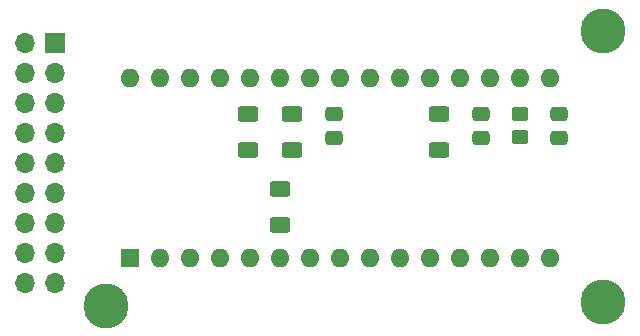
<source format=gbr>
%TF.GenerationSoftware,KiCad,Pcbnew,7.0.9*%
%TF.CreationDate,2024-01-10T14:09:04+01:00*%
%TF.ProjectId,ControlLineApp,436f6e74-726f-46c4-9c69-6e654170702e,1.0.1*%
%TF.SameCoordinates,Original*%
%TF.FileFunction,Soldermask,Bot*%
%TF.FilePolarity,Negative*%
%FSLAX46Y46*%
G04 Gerber Fmt 4.6, Leading zero omitted, Abs format (unit mm)*
G04 Created by KiCad (PCBNEW 7.0.9) date 2024-01-10 14:09:04*
%MOMM*%
%LPD*%
G01*
G04 APERTURE LIST*
G04 Aperture macros list*
%AMRoundRect*
0 Rectangle with rounded corners*
0 $1 Rounding radius*
0 $2 $3 $4 $5 $6 $7 $8 $9 X,Y pos of 4 corners*
0 Add a 4 corners polygon primitive as box body*
4,1,4,$2,$3,$4,$5,$6,$7,$8,$9,$2,$3,0*
0 Add four circle primitives for the rounded corners*
1,1,$1+$1,$2,$3*
1,1,$1+$1,$4,$5*
1,1,$1+$1,$6,$7*
1,1,$1+$1,$8,$9*
0 Add four rect primitives between the rounded corners*
20,1,$1+$1,$2,$3,$4,$5,0*
20,1,$1+$1,$4,$5,$6,$7,0*
20,1,$1+$1,$6,$7,$8,$9,0*
20,1,$1+$1,$8,$9,$2,$3,0*%
G04 Aperture macros list end*
%ADD10C,3.800000*%
%ADD11R,1.600000X1.600000*%
%ADD12O,1.600000X1.600000*%
%ADD13R,1.700000X1.700000*%
%ADD14O,1.700000X1.700000*%
%ADD15RoundRect,0.250000X0.625000X-0.400000X0.625000X0.400000X-0.625000X0.400000X-0.625000X-0.400000X0*%
%ADD16RoundRect,0.250000X0.450000X-0.350000X0.450000X0.350000X-0.450000X0.350000X-0.450000X-0.350000X0*%
%ADD17RoundRect,0.250000X-0.475000X0.337500X-0.475000X-0.337500X0.475000X-0.337500X0.475000X0.337500X0*%
%ADD18RoundRect,0.250000X-0.625000X0.400000X-0.625000X-0.400000X0.625000X-0.400000X0.625000X0.400000X0*%
G04 APERTURE END LIST*
D10*
%TO.C, *%
X165000000Y-89000000D03*
%TD*%
D11*
%TO.C,A2*%
X124968000Y-108204000D03*
D12*
X127508000Y-108204000D03*
X130048000Y-108204000D03*
X132588000Y-108204000D03*
X135128000Y-108204000D03*
X137668000Y-108204000D03*
X140208000Y-108204000D03*
X142748000Y-108204000D03*
X145288000Y-108204000D03*
X147828000Y-108204000D03*
X150368000Y-108204000D03*
X152908000Y-108204000D03*
X155448000Y-108204000D03*
X157988000Y-108204000D03*
X160528000Y-108204000D03*
X160528000Y-92964000D03*
X157988000Y-92964000D03*
X155448000Y-92964000D03*
X152908000Y-92964000D03*
X150368000Y-92964000D03*
X147828000Y-92964000D03*
X145288000Y-92964000D03*
X142748000Y-92964000D03*
X140208000Y-92964000D03*
X137668000Y-92964000D03*
X135128000Y-92964000D03*
X132588000Y-92964000D03*
X130048000Y-92964000D03*
X127508000Y-92964000D03*
X124968000Y-92964000D03*
%TD*%
D13*
%TO.C,J2*%
X118655000Y-90000000D03*
D14*
X116115000Y-90000000D03*
X118655000Y-92540000D03*
X116115000Y-92540000D03*
X118655000Y-95080000D03*
X116115000Y-95080000D03*
X118655000Y-97620000D03*
X116115000Y-97620000D03*
X118655000Y-100160000D03*
X116115000Y-100160000D03*
X118655000Y-102700000D03*
X116115000Y-102700000D03*
X118655000Y-105240000D03*
X116115000Y-105240000D03*
X118655000Y-107780000D03*
X116115000Y-107780000D03*
X118655000Y-110320000D03*
X116115000Y-110320000D03*
%TD*%
D10*
%TO.C, *%
X122936000Y-112268000D03*
%TD*%
%TO.C, *%
X165000000Y-112000000D03*
%TD*%
D15*
%TO.C,R4*%
X135001000Y-99112000D03*
X135001000Y-96012000D03*
%TD*%
D16*
%TO.C,R3*%
X157988000Y-98012000D03*
X157988000Y-96012000D03*
%TD*%
D17*
%TO.C,C1*%
X142240000Y-96012000D03*
X142240000Y-98087000D03*
%TD*%
%TO.C,C3*%
X161290000Y-96012000D03*
X161290000Y-98087000D03*
%TD*%
D15*
%TO.C,R2*%
X151130000Y-99112000D03*
X151130000Y-96012000D03*
%TD*%
%TO.C,R1*%
X138684000Y-99112000D03*
X138684000Y-96012000D03*
%TD*%
D18*
%TO.C,R5*%
X137668000Y-102362000D03*
X137668000Y-105462000D03*
%TD*%
D17*
%TO.C,C2*%
X154686000Y-96012000D03*
X154686000Y-98087000D03*
%TD*%
M02*

</source>
